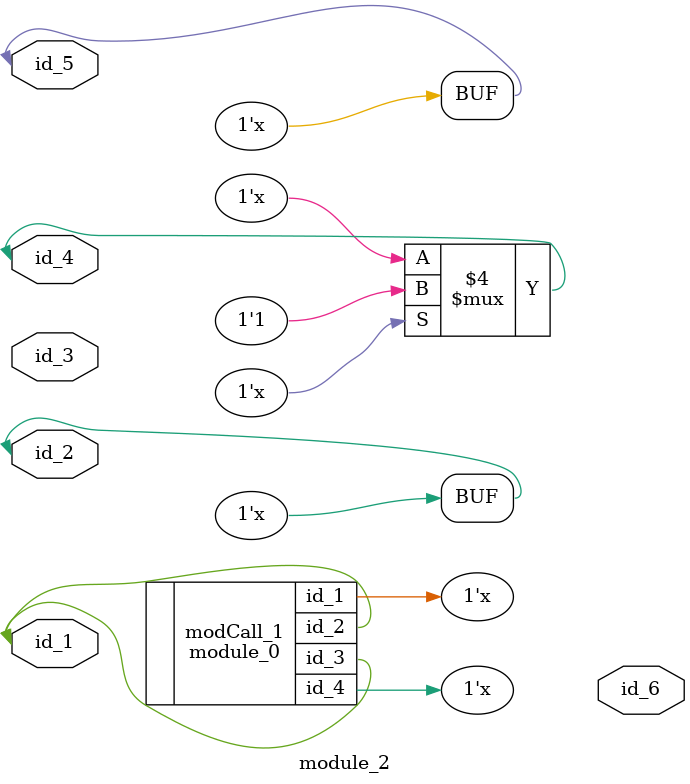
<source format=v>
module module_0 (
    id_1,
    id_2,
    id_3,
    id_4
);
  output wire id_4;
  inout wire id_3;
  output wire id_2;
  output wire id_1;
  assign id_4 = 1;
  assign module_1.id_3 = 0;
  assign id_3 = id_3;
endmodule
module module_1 ();
  assign id_1 = 1;
  supply0 id_2;
  supply1 id_3;
  assign id_3 = id_3 ? 1 : id_2;
  module_0 modCall_1 (
      id_3,
      id_2,
      id_2,
      id_2
  );
  always @(posedge 1) begin : LABEL_0
    id_1 <= $display(1);
  end
endmodule
module module_2 (
    id_1,
    id_2,
    id_3,
    id_4,
    id_5,
    id_6
);
  output wire id_6;
  inout wire id_5;
  inout wire id_4;
  input wire id_3;
  inout wire id_2;
  inout wire id_1;
  always
    case (id_2)
      id_3: id_4 <= 1;
      1: id_5 = 1;
      1: id_4 = 1;
      1 ** 1: id_2 = 1;
      1: id_4 = id_3 / 1;
      default: ;
    endcase
  module_0 modCall_1 (
      id_2,
      id_1,
      id_1,
      id_2
  );
endmodule

</source>
